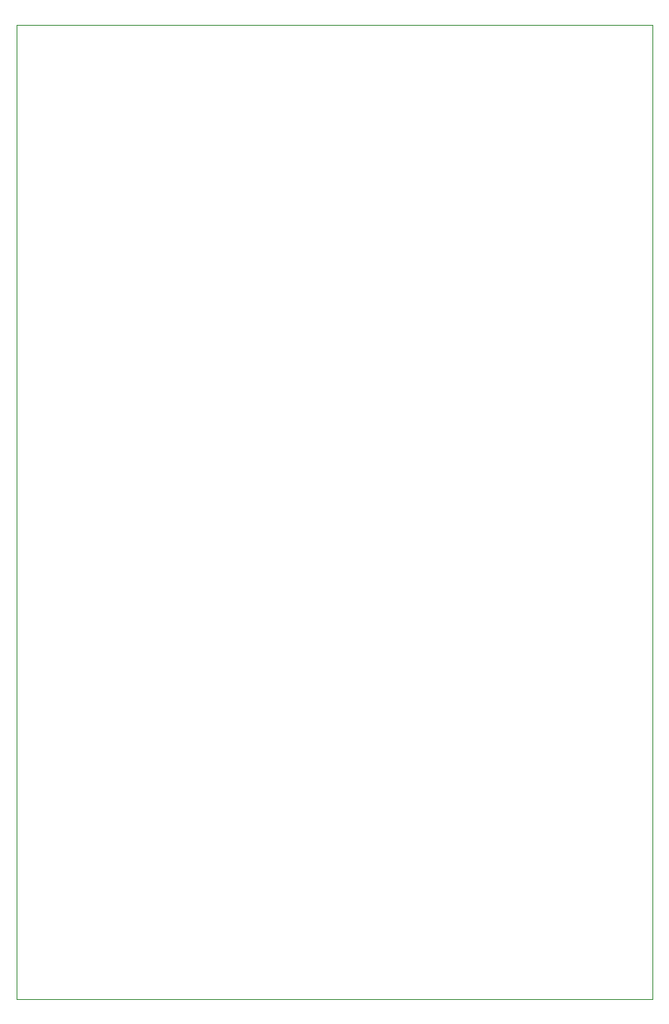
<source format=gbr>
<<<<<<< HEAD
%TF.GenerationSoftware,KiCad,Pcbnew,8.0.8*%
%TF.CreationDate,2025-04-09T17:27:57-06:00*%
%TF.ProjectId,Coquirana1,436f7175-6972-4616-9e61-312e6b696361,rev?*%
%TF.SameCoordinates,Original*%
%TF.FileFunction,Profile,NP*%
%FSLAX46Y46*%
G04 Gerber Fmt 4.6, Leading zero omitted, Abs format (unit mm)*
G04 Created by KiCad (PCBNEW 8.0.8) date 2025-04-09 17:27:57*
%MOMM*%
%LPD*%
G01*
G04 APERTURE LIST*
%TA.AperFunction,Profile*%
%ADD10C,0.050000*%
%TD*%
G04 APERTURE END LIST*
D10*
X115600000Y-41650000D02*
X180600000Y-41650000D01*
X180600000Y-141100000D01*
X115600000Y-141100000D01*
X115600000Y-41650000D01*
M02*
=======
%TF.GenerationSoftware,KiCad,Pcbnew,8.0.8*%
%TF.CreationDate,2025-04-09T17:27:57-06:00*%
%TF.ProjectId,Coquirana1,436f7175-6972-4616-9e61-312e6b696361,rev?*%
%TF.SameCoordinates,Original*%
%TF.FileFunction,Profile,NP*%
%FSLAX46Y46*%
G04 Gerber Fmt 4.6, Leading zero omitted, Abs format (unit mm)*
G04 Created by KiCad (PCBNEW 8.0.8) date 2025-04-09 17:27:57*
%MOMM*%
%LPD*%
G01*
G04 APERTURE LIST*
%TA.AperFunction,Profile*%
%ADD10C,0.050000*%
%TD*%
G04 APERTURE END LIST*
D10*
X115600000Y-41650000D02*
X180600000Y-41650000D01*
X180600000Y-141100000D01*
X115600000Y-141100000D01*
X115600000Y-41650000D01*
M02*
>>>>>>> c247ddddf8102dd7b5f2e1b32e1eb3e55a767da4

</source>
